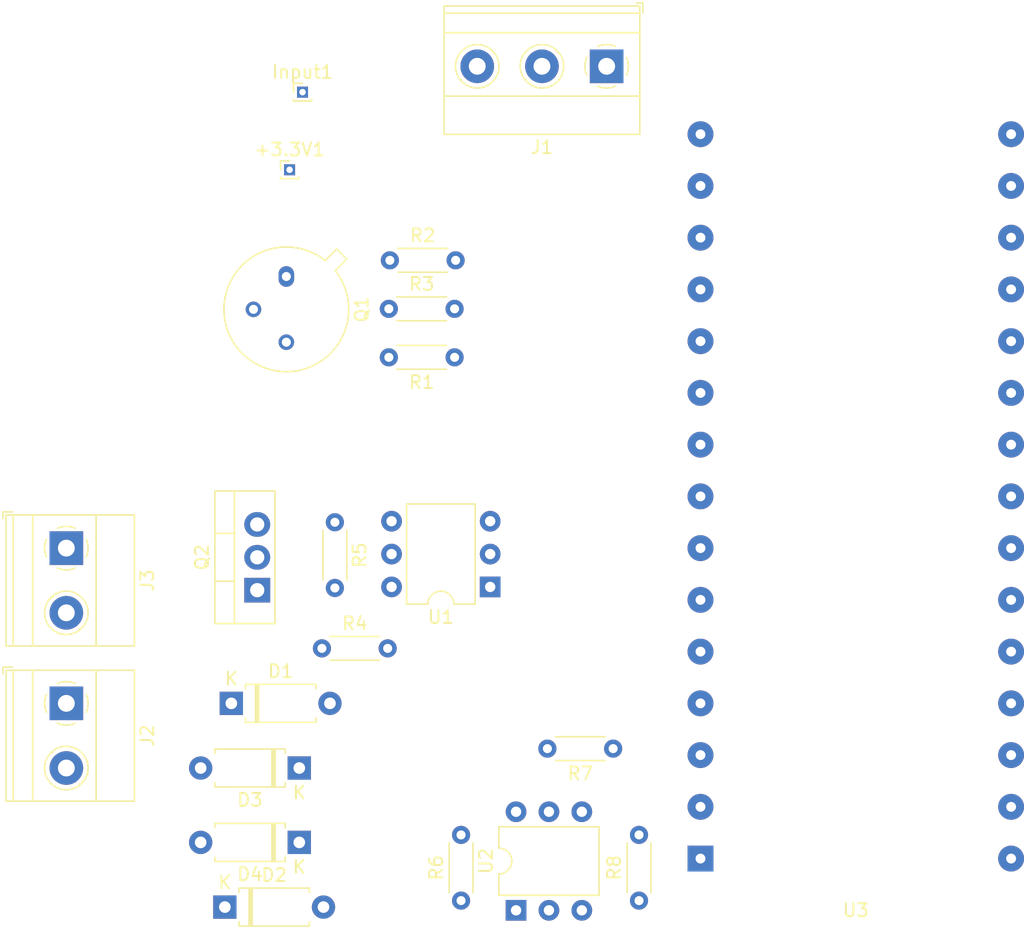
<source format=kicad_pcb>
(kicad_pcb (version 20171130) (host pcbnew "(5.1.9)-1")

  (general
    (thickness 1.6)
    (drawings 0)
    (tracks 0)
    (zones 0)
    (modules 22)
    (nets 51)
  )

  (page A4)
  (layers
    (0 F.Cu signal)
    (31 B.Cu signal)
    (32 B.Adhes user)
    (33 F.Adhes user)
    (34 B.Paste user)
    (35 F.Paste user)
    (36 B.SilkS user)
    (37 F.SilkS user)
    (38 B.Mask user)
    (39 F.Mask user)
    (40 Dwgs.User user)
    (41 Cmts.User user)
    (42 Eco1.User user)
    (43 Eco2.User user)
    (44 Edge.Cuts user)
    (45 Margin user)
    (46 B.CrtYd user)
    (47 F.CrtYd user)
    (48 B.Fab user)
    (49 F.Fab user hide)
  )

  (setup
    (last_trace_width 0.25)
    (trace_clearance 0.2)
    (zone_clearance 0.508)
    (zone_45_only no)
    (trace_min 0.2)
    (via_size 0.8)
    (via_drill 0.4)
    (via_min_size 0.4)
    (via_min_drill 0.3)
    (uvia_size 0.3)
    (uvia_drill 0.1)
    (uvias_allowed no)
    (uvia_min_size 0.2)
    (uvia_min_drill 0.1)
    (edge_width 0.05)
    (segment_width 0.2)
    (pcb_text_width 0.3)
    (pcb_text_size 1.5 1.5)
    (mod_edge_width 0.12)
    (mod_text_size 1 1)
    (mod_text_width 0.15)
    (pad_size 1.524 1.524)
    (pad_drill 0.762)
    (pad_to_mask_clearance 0)
    (aux_axis_origin 0 0)
    (visible_elements 7FFFFFFF)
    (pcbplotparams
      (layerselection 0x010fc_ffffffff)
      (usegerberextensions false)
      (usegerberattributes true)
      (usegerberadvancedattributes true)
      (creategerberjobfile true)
      (excludeedgelayer true)
      (linewidth 0.100000)
      (plotframeref false)
      (viasonmask false)
      (mode 1)
      (useauxorigin false)
      (hpglpennumber 1)
      (hpglpenspeed 20)
      (hpglpendiameter 15.000000)
      (psnegative false)
      (psa4output false)
      (plotreference true)
      (plotvalue true)
      (plotinvisibletext false)
      (padsonsilk false)
      (subtractmaskfromsilk false)
      (outputformat 1)
      (mirror false)
      (drillshape 1)
      (scaleselection 1)
      (outputdirectory ""))
  )

  (net 0 "")
  (net 1 "Net-(+3.3V1-Pad1)")
  (net 2 /-)
  (net 3 /Line)
  (net 4 /NEUTRAL)
  (net 5 /+)
  (net 6 "Net-(Input1-Pad1)")
  (net 7 GND)
  (net 8 "Net-(J1-Pad2)")
  (net 9 "Net-(J1-Pad1)")
  (net 10 "Net-(J3-Pad1)")
  (net 11 "Net-(Q1-Pad2)")
  (net 12 "Net-(Q1-Pad1)")
  (net 13 "Net-(Q2-Pad3)")
  (net 14 "Net-(R3-Pad2)")
  (net 15 "Net-(R4-Pad2)")
  (net 16 "Net-(R6-Pad1)")
  (net 17 "Net-(R7-Pad2)")
  (net 18 "Net-(U1-Pad3)")
  (net 19 "Net-(U1-Pad5)")
  (net 20 "Net-(U2-Pad6)")
  (net 21 "Net-(U2-Pad3)")
  (net 22 /+3.3V)
  (net 23 /Disparo)
  (net 24 /Input)
  (net 25 "Net-(U3-Pad1)")
  (net 26 "Net-(U3-Pad2)")
  (net 27 "Net-(U3-Pad3)")
  (net 28 "Net-(U3-Pad4)")
  (net 29 "Net-(U3-Pad5)")
  (net 30 "Net-(U3-Pad6)")
  (net 31 "Net-(U3-Pad7)")
  (net 32 "Net-(U3-Pad8)")
  (net 33 "Net-(U3-Pad9)")
  (net 34 "Net-(U3-Pad10)")
  (net 35 "Net-(U3-Pad11)")
  (net 36 "Net-(U3-Pad12)")
  (net 37 "Net-(U3-Pad13)")
  (net 38 "Net-(U3-Pad14)")
  (net 39 "Net-(U3-Pad15)")
  (net 40 "Net-(U3-Pad18)")
  (net 41 "Net-(U3-Pad20)")
  (net 42 "Net-(U3-Pad22)")
  (net 43 "Net-(U3-Pad23)")
  (net 44 "Net-(U3-Pad24)")
  (net 45 "Net-(U3-Pad25)")
  (net 46 "Net-(U3-Pad26)")
  (net 47 "Net-(U3-Pad27)")
  (net 48 "Net-(U3-Pad29)")
  (net 49 "Net-(U3-Pad30)")
  (net 50 "Net-(U3-Pad19)")

  (net_class Default "This is the default net class."
    (clearance 0.2)
    (trace_width 0.25)
    (via_dia 0.8)
    (via_drill 0.4)
    (uvia_dia 0.3)
    (uvia_drill 0.1)
    (add_net /+)
    (add_net /+3.3V)
    (add_net /-)
    (add_net /Disparo)
    (add_net /Input)
    (add_net /Line)
    (add_net /NEUTRAL)
    (add_net GND)
    (add_net "Net-(+3.3V1-Pad1)")
    (add_net "Net-(Input1-Pad1)")
    (add_net "Net-(J1-Pad1)")
    (add_net "Net-(J1-Pad2)")
    (add_net "Net-(J3-Pad1)")
    (add_net "Net-(Q1-Pad1)")
    (add_net "Net-(Q1-Pad2)")
    (add_net "Net-(Q2-Pad3)")
    (add_net "Net-(R3-Pad2)")
    (add_net "Net-(R4-Pad2)")
    (add_net "Net-(R6-Pad1)")
    (add_net "Net-(R7-Pad2)")
    (add_net "Net-(U1-Pad3)")
    (add_net "Net-(U1-Pad5)")
    (add_net "Net-(U2-Pad3)")
    (add_net "Net-(U2-Pad6)")
    (add_net "Net-(U3-Pad1)")
    (add_net "Net-(U3-Pad10)")
    (add_net "Net-(U3-Pad11)")
    (add_net "Net-(U3-Pad12)")
    (add_net "Net-(U3-Pad13)")
    (add_net "Net-(U3-Pad14)")
    (add_net "Net-(U3-Pad15)")
    (add_net "Net-(U3-Pad18)")
    (add_net "Net-(U3-Pad19)")
    (add_net "Net-(U3-Pad2)")
    (add_net "Net-(U3-Pad20)")
    (add_net "Net-(U3-Pad22)")
    (add_net "Net-(U3-Pad23)")
    (add_net "Net-(U3-Pad24)")
    (add_net "Net-(U3-Pad25)")
    (add_net "Net-(U3-Pad26)")
    (add_net "Net-(U3-Pad27)")
    (add_net "Net-(U3-Pad29)")
    (add_net "Net-(U3-Pad3)")
    (add_net "Net-(U3-Pad30)")
    (add_net "Net-(U3-Pad4)")
    (add_net "Net-(U3-Pad5)")
    (add_net "Net-(U3-Pad6)")
    (add_net "Net-(U3-Pad7)")
    (add_net "Net-(U3-Pad8)")
    (add_net "Net-(U3-Pad9)")
  )

  (module Package_DIP:DIP-6_W7.62mm (layer F.Cu) (tedit 5A02E8C5) (tstamp 60A73E91)
    (at 209.75 114 90)
    (descr "6-lead though-hole mounted DIP package, row spacing 7.62 mm (300 mils)")
    (tags "THT DIP DIL PDIP 2.54mm 7.62mm 300mil")
    (path /60AF52F0)
    (fp_text reference U2 (at 3.81 -2.33 90) (layer F.SilkS)
      (effects (font (size 1 1) (thickness 0.15)))
    )
    (fp_text value 4N27 (at 3.81 7.41 90) (layer F.Fab)
      (effects (font (size 1 1) (thickness 0.15)))
    )
    (fp_line (start 8.7 -1.55) (end -1.1 -1.55) (layer F.CrtYd) (width 0.05))
    (fp_line (start 8.7 6.6) (end 8.7 -1.55) (layer F.CrtYd) (width 0.05))
    (fp_line (start -1.1 6.6) (end 8.7 6.6) (layer F.CrtYd) (width 0.05))
    (fp_line (start -1.1 -1.55) (end -1.1 6.6) (layer F.CrtYd) (width 0.05))
    (fp_line (start 6.46 -1.33) (end 4.81 -1.33) (layer F.SilkS) (width 0.12))
    (fp_line (start 6.46 6.41) (end 6.46 -1.33) (layer F.SilkS) (width 0.12))
    (fp_line (start 1.16 6.41) (end 6.46 6.41) (layer F.SilkS) (width 0.12))
    (fp_line (start 1.16 -1.33) (end 1.16 6.41) (layer F.SilkS) (width 0.12))
    (fp_line (start 2.81 -1.33) (end 1.16 -1.33) (layer F.SilkS) (width 0.12))
    (fp_line (start 0.635 -0.27) (end 1.635 -1.27) (layer F.Fab) (width 0.1))
    (fp_line (start 0.635 6.35) (end 0.635 -0.27) (layer F.Fab) (width 0.1))
    (fp_line (start 6.985 6.35) (end 0.635 6.35) (layer F.Fab) (width 0.1))
    (fp_line (start 6.985 -1.27) (end 6.985 6.35) (layer F.Fab) (width 0.1))
    (fp_line (start 1.635 -1.27) (end 6.985 -1.27) (layer F.Fab) (width 0.1))
    (fp_text user %R (at 3.81 2.54 90) (layer F.Fab)
      (effects (font (size 1 1) (thickness 0.15)))
    )
    (fp_arc (start 3.81 -1.33) (end 2.81 -1.33) (angle -180) (layer F.SilkS) (width 0.12))
    (pad 6 thru_hole oval (at 7.62 0 90) (size 1.6 1.6) (drill 0.8) (layers *.Cu *.Mask)
      (net 20 "Net-(U2-Pad6)"))
    (pad 3 thru_hole oval (at 0 5.08 90) (size 1.6 1.6) (drill 0.8) (layers *.Cu *.Mask)
      (net 21 "Net-(U2-Pad3)"))
    (pad 5 thru_hole oval (at 7.62 2.54 90) (size 1.6 1.6) (drill 0.8) (layers *.Cu *.Mask)
      (net 17 "Net-(R7-Pad2)"))
    (pad 2 thru_hole oval (at 0 2.54 90) (size 1.6 1.6) (drill 0.8) (layers *.Cu *.Mask)
      (net 2 /-))
    (pad 4 thru_hole oval (at 7.62 5.08 90) (size 1.6 1.6) (drill 0.8) (layers *.Cu *.Mask)
      (net 7 GND))
    (pad 1 thru_hole rect (at 0 0 90) (size 1.6 1.6) (drill 0.8) (layers *.Cu *.Mask)
      (net 16 "Net-(R6-Pad1)"))
    (model ${KISYS3DMOD}/Package_DIP.3dshapes/DIP-6_W7.62mm.wrl
      (at (xyz 0 0 0))
      (scale (xyz 1 1 1))
      (rotate (xyz 0 0 0))
    )
  )

  (module Package_DIP:DIP-6_W7.62mm (layer F.Cu) (tedit 5A02E8C5) (tstamp 60A73E77)
    (at 207.75 89 180)
    (descr "6-lead though-hole mounted DIP package, row spacing 7.62 mm (300 mils)")
    (tags "THT DIP DIL PDIP 2.54mm 7.62mm 300mil")
    (path /60A6B5E7)
    (fp_text reference U1 (at 3.81 -2.33) (layer F.SilkS)
      (effects (font (size 1 1) (thickness 0.15)))
    )
    (fp_text value MOC3041M (at 3.81 7.41) (layer F.Fab)
      (effects (font (size 1 1) (thickness 0.15)))
    )
    (fp_line (start 8.7 -1.55) (end -1.1 -1.55) (layer F.CrtYd) (width 0.05))
    (fp_line (start 8.7 6.6) (end 8.7 -1.55) (layer F.CrtYd) (width 0.05))
    (fp_line (start -1.1 6.6) (end 8.7 6.6) (layer F.CrtYd) (width 0.05))
    (fp_line (start -1.1 -1.55) (end -1.1 6.6) (layer F.CrtYd) (width 0.05))
    (fp_line (start 6.46 -1.33) (end 4.81 -1.33) (layer F.SilkS) (width 0.12))
    (fp_line (start 6.46 6.41) (end 6.46 -1.33) (layer F.SilkS) (width 0.12))
    (fp_line (start 1.16 6.41) (end 6.46 6.41) (layer F.SilkS) (width 0.12))
    (fp_line (start 1.16 -1.33) (end 1.16 6.41) (layer F.SilkS) (width 0.12))
    (fp_line (start 2.81 -1.33) (end 1.16 -1.33) (layer F.SilkS) (width 0.12))
    (fp_line (start 0.635 -0.27) (end 1.635 -1.27) (layer F.Fab) (width 0.1))
    (fp_line (start 0.635 6.35) (end 0.635 -0.27) (layer F.Fab) (width 0.1))
    (fp_line (start 6.985 6.35) (end 0.635 6.35) (layer F.Fab) (width 0.1))
    (fp_line (start 6.985 -1.27) (end 6.985 6.35) (layer F.Fab) (width 0.1))
    (fp_line (start 1.635 -1.27) (end 6.985 -1.27) (layer F.Fab) (width 0.1))
    (fp_text user %R (at 3.81 2.54) (layer F.Fab)
      (effects (font (size 1 1) (thickness 0.15)))
    )
    (fp_arc (start 3.81 -1.33) (end 2.81 -1.33) (angle -180) (layer F.SilkS) (width 0.12))
    (pad 6 thru_hole oval (at 7.62 0 180) (size 1.6 1.6) (drill 0.8) (layers *.Cu *.Mask)
      (net 15 "Net-(R4-Pad2)"))
    (pad 3 thru_hole oval (at 0 5.08 180) (size 1.6 1.6) (drill 0.8) (layers *.Cu *.Mask)
      (net 18 "Net-(U1-Pad3)"))
    (pad 5 thru_hole oval (at 7.62 2.54 180) (size 1.6 1.6) (drill 0.8) (layers *.Cu *.Mask)
      (net 19 "Net-(U1-Pad5)"))
    (pad 2 thru_hole oval (at 0 2.54 180) (size 1.6 1.6) (drill 0.8) (layers *.Cu *.Mask)
      (net 7 GND))
    (pad 4 thru_hole oval (at 7.62 5.08 180) (size 1.6 1.6) (drill 0.8) (layers *.Cu *.Mask)
      (net 13 "Net-(Q2-Pad3)"))
    (pad 1 thru_hole rect (at 0 0 180) (size 1.6 1.6) (drill 0.8) (layers *.Cu *.Mask)
      (net 14 "Net-(R3-Pad2)"))
    (model ${KISYS3DMOD}/Package_DIP.3dshapes/DIP-6_W7.62mm.wrl
      (at (xyz 0 0 0))
      (scale (xyz 1 1 1))
      (rotate (xyz 0 0 0))
    )
  )

  (module Resistor_THT:R_Axial_DIN0204_L3.6mm_D1.6mm_P5.08mm_Horizontal (layer F.Cu) (tedit 5AE5139B) (tstamp 60A73E5D)
    (at 219.25 113.25 90)
    (descr "Resistor, Axial_DIN0204 series, Axial, Horizontal, pin pitch=5.08mm, 0.167W, length*diameter=3.6*1.6mm^2, http://cdn-reichelt.de/documents/datenblatt/B400/1_4W%23YAG.pdf")
    (tags "Resistor Axial_DIN0204 series Axial Horizontal pin pitch 5.08mm 0.167W length 3.6mm diameter 1.6mm")
    (path /60C0C5B3)
    (fp_text reference R8 (at 2.54 -1.92 90) (layer F.SilkS)
      (effects (font (size 1 1) (thickness 0.15)))
    )
    (fp_text value 1K (at 2.54 1.92 90) (layer F.Fab)
      (effects (font (size 1 1) (thickness 0.15)))
    )
    (fp_line (start 6.03 -1.05) (end -0.95 -1.05) (layer F.CrtYd) (width 0.05))
    (fp_line (start 6.03 1.05) (end 6.03 -1.05) (layer F.CrtYd) (width 0.05))
    (fp_line (start -0.95 1.05) (end 6.03 1.05) (layer F.CrtYd) (width 0.05))
    (fp_line (start -0.95 -1.05) (end -0.95 1.05) (layer F.CrtYd) (width 0.05))
    (fp_line (start 0.62 0.92) (end 4.46 0.92) (layer F.SilkS) (width 0.12))
    (fp_line (start 0.62 -0.92) (end 4.46 -0.92) (layer F.SilkS) (width 0.12))
    (fp_line (start 5.08 0) (end 4.34 0) (layer F.Fab) (width 0.1))
    (fp_line (start 0 0) (end 0.74 0) (layer F.Fab) (width 0.1))
    (fp_line (start 4.34 -0.8) (end 0.74 -0.8) (layer F.Fab) (width 0.1))
    (fp_line (start 4.34 0.8) (end 4.34 -0.8) (layer F.Fab) (width 0.1))
    (fp_line (start 0.74 0.8) (end 4.34 0.8) (layer F.Fab) (width 0.1))
    (fp_line (start 0.74 -0.8) (end 0.74 0.8) (layer F.Fab) (width 0.1))
    (fp_text user %R (at 2.54 0 90) (layer F.Fab)
      (effects (font (size 0.72 0.72) (thickness 0.108)))
    )
    (pad 2 thru_hole oval (at 5.08 0 90) (size 1.4 1.4) (drill 0.7) (layers *.Cu *.Mask)
      (net 17 "Net-(R7-Pad2)"))
    (pad 1 thru_hole circle (at 0 0 90) (size 1.4 1.4) (drill 0.7) (layers *.Cu *.Mask)
      (net 22 /+3.3V))
    (model ${KISYS3DMOD}/Resistor_THT.3dshapes/R_Axial_DIN0204_L3.6mm_D1.6mm_P5.08mm_Horizontal.wrl
      (at (xyz 0 0 0))
      (scale (xyz 1 1 1))
      (rotate (xyz 0 0 0))
    )
  )

  (module Resistor_THT:R_Axial_DIN0204_L3.6mm_D1.6mm_P5.08mm_Horizontal (layer F.Cu) (tedit 5AE5139B) (tstamp 60A73E4A)
    (at 217.25 101.5 180)
    (descr "Resistor, Axial_DIN0204 series, Axial, Horizontal, pin pitch=5.08mm, 0.167W, length*diameter=3.6*1.6mm^2, http://cdn-reichelt.de/documents/datenblatt/B400/1_4W%23YAG.pdf")
    (tags "Resistor Axial_DIN0204 series Axial Horizontal pin pitch 5.08mm 0.167W length 3.6mm diameter 1.6mm")
    (path /60A75142)
    (fp_text reference R7 (at 2.54 -1.92) (layer F.SilkS)
      (effects (font (size 1 1) (thickness 0.15)))
    )
    (fp_text value 10 (at 2.54 1.92) (layer F.Fab)
      (effects (font (size 1 1) (thickness 0.15)))
    )
    (fp_line (start 6.03 -1.05) (end -0.95 -1.05) (layer F.CrtYd) (width 0.05))
    (fp_line (start 6.03 1.05) (end 6.03 -1.05) (layer F.CrtYd) (width 0.05))
    (fp_line (start -0.95 1.05) (end 6.03 1.05) (layer F.CrtYd) (width 0.05))
    (fp_line (start -0.95 -1.05) (end -0.95 1.05) (layer F.CrtYd) (width 0.05))
    (fp_line (start 0.62 0.92) (end 4.46 0.92) (layer F.SilkS) (width 0.12))
    (fp_line (start 0.62 -0.92) (end 4.46 -0.92) (layer F.SilkS) (width 0.12))
    (fp_line (start 5.08 0) (end 4.34 0) (layer F.Fab) (width 0.1))
    (fp_line (start 0 0) (end 0.74 0) (layer F.Fab) (width 0.1))
    (fp_line (start 4.34 -0.8) (end 0.74 -0.8) (layer F.Fab) (width 0.1))
    (fp_line (start 4.34 0.8) (end 4.34 -0.8) (layer F.Fab) (width 0.1))
    (fp_line (start 0.74 0.8) (end 4.34 0.8) (layer F.Fab) (width 0.1))
    (fp_line (start 0.74 -0.8) (end 0.74 0.8) (layer F.Fab) (width 0.1))
    (fp_text user %R (at 2.54 0) (layer F.Fab)
      (effects (font (size 0.72 0.72) (thickness 0.108)))
    )
    (pad 2 thru_hole oval (at 5.08 0 180) (size 1.4 1.4) (drill 0.7) (layers *.Cu *.Mask)
      (net 17 "Net-(R7-Pad2)"))
    (pad 1 thru_hole circle (at 0 0 180) (size 1.4 1.4) (drill 0.7) (layers *.Cu *.Mask)
      (net 24 /Input))
    (model ${KISYS3DMOD}/Resistor_THT.3dshapes/R_Axial_DIN0204_L3.6mm_D1.6mm_P5.08mm_Horizontal.wrl
      (at (xyz 0 0 0))
      (scale (xyz 1 1 1))
      (rotate (xyz 0 0 0))
    )
  )

  (module Resistor_THT:R_Axial_DIN0204_L3.6mm_D1.6mm_P5.08mm_Horizontal (layer F.Cu) (tedit 5AE5139B) (tstamp 60A74570)
    (at 205.5 113.25 90)
    (descr "Resistor, Axial_DIN0204 series, Axial, Horizontal, pin pitch=5.08mm, 0.167W, length*diameter=3.6*1.6mm^2, http://cdn-reichelt.de/documents/datenblatt/B400/1_4W%23YAG.pdf")
    (tags "Resistor Axial_DIN0204 series Axial Horizontal pin pitch 5.08mm 0.167W length 3.6mm diameter 1.6mm")
    (path /60A74393)
    (fp_text reference R6 (at 2.54 -1.92 90) (layer F.SilkS)
      (effects (font (size 1 1) (thickness 0.15)))
    )
    (fp_text value 5k (at 2.54 1.92 90) (layer F.Fab)
      (effects (font (size 1 1) (thickness 0.15)))
    )
    (fp_line (start 6.03 -1.05) (end -0.95 -1.05) (layer F.CrtYd) (width 0.05))
    (fp_line (start 6.03 1.05) (end 6.03 -1.05) (layer F.CrtYd) (width 0.05))
    (fp_line (start -0.95 1.05) (end 6.03 1.05) (layer F.CrtYd) (width 0.05))
    (fp_line (start -0.95 -1.05) (end -0.95 1.05) (layer F.CrtYd) (width 0.05))
    (fp_line (start 0.62 0.92) (end 4.46 0.92) (layer F.SilkS) (width 0.12))
    (fp_line (start 0.62 -0.92) (end 4.46 -0.92) (layer F.SilkS) (width 0.12))
    (fp_line (start 5.08 0) (end 4.34 0) (layer F.Fab) (width 0.1))
    (fp_line (start 0 0) (end 0.74 0) (layer F.Fab) (width 0.1))
    (fp_line (start 4.34 -0.8) (end 0.74 -0.8) (layer F.Fab) (width 0.1))
    (fp_line (start 4.34 0.8) (end 4.34 -0.8) (layer F.Fab) (width 0.1))
    (fp_line (start 0.74 0.8) (end 4.34 0.8) (layer F.Fab) (width 0.1))
    (fp_line (start 0.74 -0.8) (end 0.74 0.8) (layer F.Fab) (width 0.1))
    (fp_text user %R (at 2.54 0 90) (layer F.Fab)
      (effects (font (size 0.72 0.72) (thickness 0.108)))
    )
    (pad 2 thru_hole oval (at 5.08 0 90) (size 1.4 1.4) (drill 0.7) (layers *.Cu *.Mask)
      (net 5 /+))
    (pad 1 thru_hole circle (at 0 0 90) (size 1.4 1.4) (drill 0.7) (layers *.Cu *.Mask)
      (net 16 "Net-(R6-Pad1)"))
    (model ${KISYS3DMOD}/Resistor_THT.3dshapes/R_Axial_DIN0204_L3.6mm_D1.6mm_P5.08mm_Horizontal.wrl
      (at (xyz 0 0 0))
      (scale (xyz 1 1 1))
      (rotate (xyz 0 0 0))
    )
  )

  (module Resistor_THT:R_Axial_DIN0204_L3.6mm_D1.6mm_P5.08mm_Horizontal (layer F.Cu) (tedit 5AE5139B) (tstamp 60A73E24)
    (at 195.75 84 270)
    (descr "Resistor, Axial_DIN0204 series, Axial, Horizontal, pin pitch=5.08mm, 0.167W, length*diameter=3.6*1.6mm^2, http://cdn-reichelt.de/documents/datenblatt/B400/1_4W%23YAG.pdf")
    (tags "Resistor Axial_DIN0204 series Axial Horizontal pin pitch 5.08mm 0.167W length 3.6mm diameter 1.6mm")
    (path /60A71FE0)
    (fp_text reference R5 (at 2.54 -1.92 90) (layer F.SilkS)
      (effects (font (size 1 1) (thickness 0.15)))
    )
    (fp_text value 330 (at 2.54 1.92 90) (layer F.Fab)
      (effects (font (size 1 1) (thickness 0.15)))
    )
    (fp_line (start 6.03 -1.05) (end -0.95 -1.05) (layer F.CrtYd) (width 0.05))
    (fp_line (start 6.03 1.05) (end 6.03 -1.05) (layer F.CrtYd) (width 0.05))
    (fp_line (start -0.95 1.05) (end 6.03 1.05) (layer F.CrtYd) (width 0.05))
    (fp_line (start -0.95 -1.05) (end -0.95 1.05) (layer F.CrtYd) (width 0.05))
    (fp_line (start 0.62 0.92) (end 4.46 0.92) (layer F.SilkS) (width 0.12))
    (fp_line (start 0.62 -0.92) (end 4.46 -0.92) (layer F.SilkS) (width 0.12))
    (fp_line (start 5.08 0) (end 4.34 0) (layer F.Fab) (width 0.1))
    (fp_line (start 0 0) (end 0.74 0) (layer F.Fab) (width 0.1))
    (fp_line (start 4.34 -0.8) (end 0.74 -0.8) (layer F.Fab) (width 0.1))
    (fp_line (start 4.34 0.8) (end 4.34 -0.8) (layer F.Fab) (width 0.1))
    (fp_line (start 0.74 0.8) (end 4.34 0.8) (layer F.Fab) (width 0.1))
    (fp_line (start 0.74 -0.8) (end 0.74 0.8) (layer F.Fab) (width 0.1))
    (fp_text user %R (at 2.54 0 90) (layer F.Fab)
      (effects (font (size 0.72 0.72) (thickness 0.108)))
    )
    (pad 2 thru_hole oval (at 5.08 0 270) (size 1.4 1.4) (drill 0.7) (layers *.Cu *.Mask)
      (net 4 /NEUTRAL))
    (pad 1 thru_hole circle (at 0 0 270) (size 1.4 1.4) (drill 0.7) (layers *.Cu *.Mask)
      (net 13 "Net-(Q2-Pad3)"))
    (model ${KISYS3DMOD}/Resistor_THT.3dshapes/R_Axial_DIN0204_L3.6mm_D1.6mm_P5.08mm_Horizontal.wrl
      (at (xyz 0 0 0))
      (scale (xyz 1 1 1))
      (rotate (xyz 0 0 0))
    )
  )

  (module Resistor_THT:R_Axial_DIN0204_L3.6mm_D1.6mm_P5.08mm_Horizontal (layer F.Cu) (tedit 5AE5139B) (tstamp 60A73E11)
    (at 194.75 93.75)
    (descr "Resistor, Axial_DIN0204 series, Axial, Horizontal, pin pitch=5.08mm, 0.167W, length*diameter=3.6*1.6mm^2, http://cdn-reichelt.de/documents/datenblatt/B400/1_4W%23YAG.pdf")
    (tags "Resistor Axial_DIN0204 series Axial Horizontal pin pitch 5.08mm 0.167W length 3.6mm diameter 1.6mm")
    (path /60A73DCD)
    (fp_text reference R4 (at 2.54 -1.92) (layer F.SilkS)
      (effects (font (size 1 1) (thickness 0.15)))
    )
    (fp_text value 330 (at 2.54 1.92) (layer F.Fab)
      (effects (font (size 1 1) (thickness 0.15)))
    )
    (fp_line (start 6.03 -1.05) (end -0.95 -1.05) (layer F.CrtYd) (width 0.05))
    (fp_line (start 6.03 1.05) (end 6.03 -1.05) (layer F.CrtYd) (width 0.05))
    (fp_line (start -0.95 1.05) (end 6.03 1.05) (layer F.CrtYd) (width 0.05))
    (fp_line (start -0.95 -1.05) (end -0.95 1.05) (layer F.CrtYd) (width 0.05))
    (fp_line (start 0.62 0.92) (end 4.46 0.92) (layer F.SilkS) (width 0.12))
    (fp_line (start 0.62 -0.92) (end 4.46 -0.92) (layer F.SilkS) (width 0.12))
    (fp_line (start 5.08 0) (end 4.34 0) (layer F.Fab) (width 0.1))
    (fp_line (start 0 0) (end 0.74 0) (layer F.Fab) (width 0.1))
    (fp_line (start 4.34 -0.8) (end 0.74 -0.8) (layer F.Fab) (width 0.1))
    (fp_line (start 4.34 0.8) (end 4.34 -0.8) (layer F.Fab) (width 0.1))
    (fp_line (start 0.74 0.8) (end 4.34 0.8) (layer F.Fab) (width 0.1))
    (fp_line (start 0.74 -0.8) (end 0.74 0.8) (layer F.Fab) (width 0.1))
    (fp_text user %R (at 2.54 0) (layer F.Fab)
      (effects (font (size 0.72 0.72) (thickness 0.108)))
    )
    (pad 2 thru_hole oval (at 5.08 0) (size 1.4 1.4) (drill 0.7) (layers *.Cu *.Mask)
      (net 15 "Net-(R4-Pad2)"))
    (pad 1 thru_hole circle (at 0 0) (size 1.4 1.4) (drill 0.7) (layers *.Cu *.Mask)
      (net 3 /Line))
    (model ${KISYS3DMOD}/Resistor_THT.3dshapes/R_Axial_DIN0204_L3.6mm_D1.6mm_P5.08mm_Horizontal.wrl
      (at (xyz 0 0 0))
      (scale (xyz 1 1 1))
      (rotate (xyz 0 0 0))
    )
  )

  (module Resistor_THT:R_Axial_DIN0204_L3.6mm_D1.6mm_P5.08mm_Horizontal (layer F.Cu) (tedit 5AE5139B) (tstamp 60A73DFE)
    (at 199.92 67.5)
    (descr "Resistor, Axial_DIN0204 series, Axial, Horizontal, pin pitch=5.08mm, 0.167W, length*diameter=3.6*1.6mm^2, http://cdn-reichelt.de/documents/datenblatt/B400/1_4W%23YAG.pdf")
    (tags "Resistor Axial_DIN0204 series Axial Horizontal pin pitch 5.08mm 0.167W length 3.6mm diameter 1.6mm")
    (path /60A740B9)
    (fp_text reference R3 (at 2.54 -1.92) (layer F.SilkS)
      (effects (font (size 1 1) (thickness 0.15)))
    )
    (fp_text value 10 (at 2.54 1.92) (layer F.Fab)
      (effects (font (size 1 1) (thickness 0.15)))
    )
    (fp_line (start 6.03 -1.05) (end -0.95 -1.05) (layer F.CrtYd) (width 0.05))
    (fp_line (start 6.03 1.05) (end 6.03 -1.05) (layer F.CrtYd) (width 0.05))
    (fp_line (start -0.95 1.05) (end 6.03 1.05) (layer F.CrtYd) (width 0.05))
    (fp_line (start -0.95 -1.05) (end -0.95 1.05) (layer F.CrtYd) (width 0.05))
    (fp_line (start 0.62 0.92) (end 4.46 0.92) (layer F.SilkS) (width 0.12))
    (fp_line (start 0.62 -0.92) (end 4.46 -0.92) (layer F.SilkS) (width 0.12))
    (fp_line (start 5.08 0) (end 4.34 0) (layer F.Fab) (width 0.1))
    (fp_line (start 0 0) (end 0.74 0) (layer F.Fab) (width 0.1))
    (fp_line (start 4.34 -0.8) (end 0.74 -0.8) (layer F.Fab) (width 0.1))
    (fp_line (start 4.34 0.8) (end 4.34 -0.8) (layer F.Fab) (width 0.1))
    (fp_line (start 0.74 0.8) (end 4.34 0.8) (layer F.Fab) (width 0.1))
    (fp_line (start 0.74 -0.8) (end 0.74 0.8) (layer F.Fab) (width 0.1))
    (fp_text user %R (at 2.54 0) (layer F.Fab)
      (effects (font (size 0.72 0.72) (thickness 0.108)))
    )
    (pad 2 thru_hole oval (at 5.08 0) (size 1.4 1.4) (drill 0.7) (layers *.Cu *.Mask)
      (net 14 "Net-(R3-Pad2)"))
    (pad 1 thru_hole circle (at 0 0) (size 1.4 1.4) (drill 0.7) (layers *.Cu *.Mask)
      (net 12 "Net-(Q1-Pad1)"))
    (model ${KISYS3DMOD}/Resistor_THT.3dshapes/R_Axial_DIN0204_L3.6mm_D1.6mm_P5.08mm_Horizontal.wrl
      (at (xyz 0 0 0))
      (scale (xyz 1 1 1))
      (rotate (xyz 0 0 0))
    )
  )

  (module Resistor_THT:R_Axial_DIN0204_L3.6mm_D1.6mm_P5.08mm_Horizontal (layer F.Cu) (tedit 5AE5139B) (tstamp 60A73DEB)
    (at 200 63.75)
    (descr "Resistor, Axial_DIN0204 series, Axial, Horizontal, pin pitch=5.08mm, 0.167W, length*diameter=3.6*1.6mm^2, http://cdn-reichelt.de/documents/datenblatt/B400/1_4W%23YAG.pdf")
    (tags "Resistor Axial_DIN0204 series Axial Horizontal pin pitch 5.08mm 0.167W length 3.6mm diameter 1.6mm")
    (path /60A74B11)
    (fp_text reference R2 (at 2.54 -1.92) (layer F.SilkS)
      (effects (font (size 1 1) (thickness 0.15)))
    )
    (fp_text value 1K (at 2.54 1.92) (layer F.Fab)
      (effects (font (size 1 1) (thickness 0.15)))
    )
    (fp_line (start 6.03 -1.05) (end -0.95 -1.05) (layer F.CrtYd) (width 0.05))
    (fp_line (start 6.03 1.05) (end 6.03 -1.05) (layer F.CrtYd) (width 0.05))
    (fp_line (start -0.95 1.05) (end 6.03 1.05) (layer F.CrtYd) (width 0.05))
    (fp_line (start -0.95 -1.05) (end -0.95 1.05) (layer F.CrtYd) (width 0.05))
    (fp_line (start 0.62 0.92) (end 4.46 0.92) (layer F.SilkS) (width 0.12))
    (fp_line (start 0.62 -0.92) (end 4.46 -0.92) (layer F.SilkS) (width 0.12))
    (fp_line (start 5.08 0) (end 4.34 0) (layer F.Fab) (width 0.1))
    (fp_line (start 0 0) (end 0.74 0) (layer F.Fab) (width 0.1))
    (fp_line (start 4.34 -0.8) (end 0.74 -0.8) (layer F.Fab) (width 0.1))
    (fp_line (start 4.34 0.8) (end 4.34 -0.8) (layer F.Fab) (width 0.1))
    (fp_line (start 0.74 0.8) (end 4.34 0.8) (layer F.Fab) (width 0.1))
    (fp_line (start 0.74 -0.8) (end 0.74 0.8) (layer F.Fab) (width 0.1))
    (fp_text user %R (at 2.54 0) (layer F.Fab)
      (effects (font (size 0.72 0.72) (thickness 0.108)))
    )
    (pad 2 thru_hole oval (at 5.08 0) (size 1.4 1.4) (drill 0.7) (layers *.Cu *.Mask)
      (net 7 GND))
    (pad 1 thru_hole circle (at 0 0) (size 1.4 1.4) (drill 0.7) (layers *.Cu *.Mask)
      (net 12 "Net-(Q1-Pad1)"))
    (model ${KISYS3DMOD}/Resistor_THT.3dshapes/R_Axial_DIN0204_L3.6mm_D1.6mm_P5.08mm_Horizontal.wrl
      (at (xyz 0 0 0))
      (scale (xyz 1 1 1))
      (rotate (xyz 0 0 0))
    )
  )

  (module Resistor_THT:R_Axial_DIN0204_L3.6mm_D1.6mm_P5.08mm_Horizontal (layer F.Cu) (tedit 5AE5139B) (tstamp 60A73DD8)
    (at 205 71.25 180)
    (descr "Resistor, Axial_DIN0204 series, Axial, Horizontal, pin pitch=5.08mm, 0.167W, length*diameter=3.6*1.6mm^2, http://cdn-reichelt.de/documents/datenblatt/B400/1_4W%23YAG.pdf")
    (tags "Resistor Axial_DIN0204 series Axial Horizontal pin pitch 5.08mm 0.167W length 3.6mm diameter 1.6mm")
    (path /60A747DD)
    (fp_text reference R1 (at 2.54 -1.92) (layer F.SilkS)
      (effects (font (size 1 1) (thickness 0.15)))
    )
    (fp_text value 33 (at 2.54 1.92) (layer F.Fab)
      (effects (font (size 1 1) (thickness 0.15)))
    )
    (fp_line (start 6.03 -1.05) (end -0.95 -1.05) (layer F.CrtYd) (width 0.05))
    (fp_line (start 6.03 1.05) (end 6.03 -1.05) (layer F.CrtYd) (width 0.05))
    (fp_line (start -0.95 1.05) (end 6.03 1.05) (layer F.CrtYd) (width 0.05))
    (fp_line (start -0.95 -1.05) (end -0.95 1.05) (layer F.CrtYd) (width 0.05))
    (fp_line (start 0.62 0.92) (end 4.46 0.92) (layer F.SilkS) (width 0.12))
    (fp_line (start 0.62 -0.92) (end 4.46 -0.92) (layer F.SilkS) (width 0.12))
    (fp_line (start 5.08 0) (end 4.34 0) (layer F.Fab) (width 0.1))
    (fp_line (start 0 0) (end 0.74 0) (layer F.Fab) (width 0.1))
    (fp_line (start 4.34 -0.8) (end 0.74 -0.8) (layer F.Fab) (width 0.1))
    (fp_line (start 4.34 0.8) (end 4.34 -0.8) (layer F.Fab) (width 0.1))
    (fp_line (start 0.74 0.8) (end 4.34 0.8) (layer F.Fab) (width 0.1))
    (fp_line (start 0.74 -0.8) (end 0.74 0.8) (layer F.Fab) (width 0.1))
    (fp_text user %R (at 2.54 0) (layer F.Fab)
      (effects (font (size 0.72 0.72) (thickness 0.108)))
    )
    (pad 2 thru_hole oval (at 5.08 0 180) (size 1.4 1.4) (drill 0.7) (layers *.Cu *.Mask)
      (net 11 "Net-(Q1-Pad2)"))
    (pad 1 thru_hole circle (at 0 0 180) (size 1.4 1.4) (drill 0.7) (layers *.Cu *.Mask)
      (net 23 /Disparo))
    (model ${KISYS3DMOD}/Resistor_THT.3dshapes/R_Axial_DIN0204_L3.6mm_D1.6mm_P5.08mm_Horizontal.wrl
      (at (xyz 0 0 0))
      (scale (xyz 1 1 1))
      (rotate (xyz 0 0 0))
    )
  )

  (module Package_TO_SOT_THT:TO-220-3_Vertical (layer F.Cu) (tedit 5AC8BA0D) (tstamp 60A73DC5)
    (at 189.75 89.25 90)
    (descr "TO-220-3, Vertical, RM 2.54mm, see https://www.vishay.com/docs/66542/to-220-1.pdf")
    (tags "TO-220-3 Vertical RM 2.54mm")
    (path /60A6D764)
    (fp_text reference Q2 (at 2.54 -4.27 90) (layer F.SilkS)
      (effects (font (size 1 1) (thickness 0.15)))
    )
    (fp_text value BTA16-600B (at 2.54 2.5 90) (layer F.Fab)
      (effects (font (size 1 1) (thickness 0.15)))
    )
    (fp_line (start 7.79 -3.4) (end -2.71 -3.4) (layer F.CrtYd) (width 0.05))
    (fp_line (start 7.79 1.51) (end 7.79 -3.4) (layer F.CrtYd) (width 0.05))
    (fp_line (start -2.71 1.51) (end 7.79 1.51) (layer F.CrtYd) (width 0.05))
    (fp_line (start -2.71 -3.4) (end -2.71 1.51) (layer F.CrtYd) (width 0.05))
    (fp_line (start 4.391 -3.27) (end 4.391 -1.76) (layer F.SilkS) (width 0.12))
    (fp_line (start 0.69 -3.27) (end 0.69 -1.76) (layer F.SilkS) (width 0.12))
    (fp_line (start -2.58 -1.76) (end 7.66 -1.76) (layer F.SilkS) (width 0.12))
    (fp_line (start 7.66 -3.27) (end 7.66 1.371) (layer F.SilkS) (width 0.12))
    (fp_line (start -2.58 -3.27) (end -2.58 1.371) (layer F.SilkS) (width 0.12))
    (fp_line (start -2.58 1.371) (end 7.66 1.371) (layer F.SilkS) (width 0.12))
    (fp_line (start -2.58 -3.27) (end 7.66 -3.27) (layer F.SilkS) (width 0.12))
    (fp_line (start 4.39 -3.15) (end 4.39 -1.88) (layer F.Fab) (width 0.1))
    (fp_line (start 0.69 -3.15) (end 0.69 -1.88) (layer F.Fab) (width 0.1))
    (fp_line (start -2.46 -1.88) (end 7.54 -1.88) (layer F.Fab) (width 0.1))
    (fp_line (start 7.54 -3.15) (end -2.46 -3.15) (layer F.Fab) (width 0.1))
    (fp_line (start 7.54 1.25) (end 7.54 -3.15) (layer F.Fab) (width 0.1))
    (fp_line (start -2.46 1.25) (end 7.54 1.25) (layer F.Fab) (width 0.1))
    (fp_line (start -2.46 -3.15) (end -2.46 1.25) (layer F.Fab) (width 0.1))
    (fp_text user %R (at 2.54 -4.27 90) (layer F.Fab)
      (effects (font (size 1 1) (thickness 0.15)))
    )
    (pad 3 thru_hole oval (at 5.08 0 90) (size 1.905 2) (drill 1.1) (layers *.Cu *.Mask)
      (net 13 "Net-(Q2-Pad3)"))
    (pad 2 thru_hole oval (at 2.54 0 90) (size 1.905 2) (drill 1.1) (layers *.Cu *.Mask)
      (net 10 "Net-(J3-Pad1)"))
    (pad 1 thru_hole rect (at 0 0 90) (size 1.905 2) (drill 1.1) (layers *.Cu *.Mask)
      (net 4 /NEUTRAL))
    (model ${KISYS3DMOD}/Package_TO_SOT_THT.3dshapes/TO-220-3_Vertical.wrl
      (at (xyz 0 0 0))
      (scale (xyz 1 1 1))
      (rotate (xyz 0 0 0))
    )
  )

  (module Package_TO_SOT_THT:TO-39-3 (layer F.Cu) (tedit 5A02FF81) (tstamp 60A73DAB)
    (at 192 65 270)
    (descr TO-39-3)
    (tags TO-39-3)
    (path /60A6CE4A)
    (fp_text reference Q1 (at 2.54 -5.82 90) (layer F.SilkS)
      (effects (font (size 1 1) (thickness 0.15)))
    )
    (fp_text value 2N2219 (at 2.54 5.82 90) (layer F.Fab)
      (effects (font (size 1 1) (thickness 0.15)))
    )
    (fp_circle (center 2.54 0) (end 6.79 0) (layer F.Fab) (width 0.1))
    (fp_line (start 7.49 -4.95) (end -2.41 -4.95) (layer F.CrtYd) (width 0.05))
    (fp_line (start 7.49 4.95) (end 7.49 -4.95) (layer F.CrtYd) (width 0.05))
    (fp_line (start -2.41 4.95) (end 7.49 4.95) (layer F.CrtYd) (width 0.05))
    (fp_line (start -2.41 -4.95) (end -2.41 4.95) (layer F.CrtYd) (width 0.05))
    (fp_line (start -2.125856 -3.888039) (end -1.234902 -2.997084) (layer F.SilkS) (width 0.12))
    (fp_line (start -1.348039 -4.665856) (end -2.125856 -3.888039) (layer F.SilkS) (width 0.12))
    (fp_line (start -0.457084 -3.774902) (end -1.348039 -4.665856) (layer F.SilkS) (width 0.12))
    (fp_line (start -1.879621 -3.81151) (end -1.07352 -3.005408) (layer F.Fab) (width 0.1))
    (fp_line (start -1.27151 -4.419621) (end -1.879621 -3.81151) (layer F.Fab) (width 0.1))
    (fp_line (start -0.465408 -3.61352) (end -1.27151 -4.419621) (layer F.Fab) (width 0.1))
    (fp_arc (start 2.54 0) (end -0.457084 -3.774902) (angle 346.9) (layer F.SilkS) (width 0.12))
    (fp_arc (start 2.54 0) (end -0.465408 -3.61352) (angle 349.5) (layer F.Fab) (width 0.1))
    (fp_text user %R (at 2.54 -5.82 90) (layer F.Fab)
      (effects (font (size 1 1) (thickness 0.15)))
    )
    (pad 3 thru_hole oval (at 5.08 0 270) (size 1.2 1.2) (drill 0.7) (layers *.Cu *.Mask)
      (net 22 /+3.3V))
    (pad 2 thru_hole oval (at 2.54 2.54 270) (size 1.2 1.2) (drill 0.7) (layers *.Cu *.Mask)
      (net 11 "Net-(Q1-Pad2)"))
    (pad 1 thru_hole oval (at 0 0 270) (size 1.6 1.2) (drill 0.7) (layers *.Cu *.Mask)
      (net 12 "Net-(Q1-Pad1)"))
    (model ${KISYS3DMOD}/Package_TO_SOT_THT.3dshapes/TO-39-3.wrl
      (at (xyz 0 0 0))
      (scale (xyz 1 1 1))
      (rotate (xyz 0 0 0))
    )
  )

  (module TerminalBlock_Phoenix:TerminalBlock_Phoenix_MKDS-1,5-2_1x02_P5.00mm_Horizontal (layer F.Cu) (tedit 5B294EE5) (tstamp 60A73D96)
    (at 175 86 270)
    (descr "Terminal Block Phoenix MKDS-1,5-2, 2 pins, pitch 5mm, size 10x9.8mm^2, drill diamater 1.3mm, pad diameter 2.6mm, see http://www.farnell.com/datasheets/100425.pdf, script-generated using https://github.com/pointhi/kicad-footprint-generator/scripts/TerminalBlock_Phoenix")
    (tags "THT Terminal Block Phoenix MKDS-1,5-2 pitch 5mm size 10x9.8mm^2 drill 1.3mm pad 2.6mm")
    (path /60A98923)
    (fp_text reference J3 (at 2.5 -6.26 90) (layer F.SilkS)
      (effects (font (size 1 1) (thickness 0.15)))
    )
    (fp_text value Load (at 2.5 5.66 90) (layer F.Fab)
      (effects (font (size 1 1) (thickness 0.15)))
    )
    (fp_line (start 8 -5.71) (end -3 -5.71) (layer F.CrtYd) (width 0.05))
    (fp_line (start 8 5.1) (end 8 -5.71) (layer F.CrtYd) (width 0.05))
    (fp_line (start -3 5.1) (end 8 5.1) (layer F.CrtYd) (width 0.05))
    (fp_line (start -3 -5.71) (end -3 5.1) (layer F.CrtYd) (width 0.05))
    (fp_line (start -2.8 4.9) (end -2.3 4.9) (layer F.SilkS) (width 0.12))
    (fp_line (start -2.8 4.16) (end -2.8 4.9) (layer F.SilkS) (width 0.12))
    (fp_line (start 3.773 1.023) (end 3.726 1.069) (layer F.SilkS) (width 0.12))
    (fp_line (start 6.07 -1.275) (end 6.035 -1.239) (layer F.SilkS) (width 0.12))
    (fp_line (start 3.966 1.239) (end 3.931 1.274) (layer F.SilkS) (width 0.12))
    (fp_line (start 6.275 -1.069) (end 6.228 -1.023) (layer F.SilkS) (width 0.12))
    (fp_line (start 5.955 -1.138) (end 3.863 0.955) (layer F.Fab) (width 0.1))
    (fp_line (start 6.138 -0.955) (end 4.046 1.138) (layer F.Fab) (width 0.1))
    (fp_line (start 0.955 -1.138) (end -1.138 0.955) (layer F.Fab) (width 0.1))
    (fp_line (start 1.138 -0.955) (end -0.955 1.138) (layer F.Fab) (width 0.1))
    (fp_line (start 7.56 -5.261) (end 7.56 4.66) (layer F.SilkS) (width 0.12))
    (fp_line (start -2.56 -5.261) (end -2.56 4.66) (layer F.SilkS) (width 0.12))
    (fp_line (start -2.56 4.66) (end 7.56 4.66) (layer F.SilkS) (width 0.12))
    (fp_line (start -2.56 -5.261) (end 7.56 -5.261) (layer F.SilkS) (width 0.12))
    (fp_line (start -2.56 -2.301) (end 7.56 -2.301) (layer F.SilkS) (width 0.12))
    (fp_line (start -2.5 -2.3) (end 7.5 -2.3) (layer F.Fab) (width 0.1))
    (fp_line (start -2.56 2.6) (end 7.56 2.6) (layer F.SilkS) (width 0.12))
    (fp_line (start -2.5 2.6) (end 7.5 2.6) (layer F.Fab) (width 0.1))
    (fp_line (start -2.56 4.1) (end 7.56 4.1) (layer F.SilkS) (width 0.12))
    (fp_line (start -2.5 4.1) (end 7.5 4.1) (layer F.Fab) (width 0.1))
    (fp_line (start -2.5 4.1) (end -2.5 -5.2) (layer F.Fab) (width 0.1))
    (fp_line (start -2 4.6) (end -2.5 4.1) (layer F.Fab) (width 0.1))
    (fp_line (start 7.5 4.6) (end -2 4.6) (layer F.Fab) (width 0.1))
    (fp_line (start 7.5 -5.2) (end 7.5 4.6) (layer F.Fab) (width 0.1))
    (fp_line (start -2.5 -5.2) (end 7.5 -5.2) (layer F.Fab) (width 0.1))
    (fp_circle (center 5 0) (end 6.68 0) (layer F.SilkS) (width 0.12))
    (fp_circle (center 5 0) (end 6.5 0) (layer F.Fab) (width 0.1))
    (fp_circle (center 0 0) (end 1.5 0) (layer F.Fab) (width 0.1))
    (fp_text user %R (at 2.5 3.2 90) (layer F.Fab)
      (effects (font (size 1 1) (thickness 0.15)))
    )
    (fp_arc (start 0 0) (end -0.684 1.535) (angle -25) (layer F.SilkS) (width 0.12))
    (fp_arc (start 0 0) (end -1.535 -0.684) (angle -48) (layer F.SilkS) (width 0.12))
    (fp_arc (start 0 0) (end 0.684 -1.535) (angle -48) (layer F.SilkS) (width 0.12))
    (fp_arc (start 0 0) (end 1.535 0.684) (angle -48) (layer F.SilkS) (width 0.12))
    (fp_arc (start 0 0) (end 0 1.68) (angle -24) (layer F.SilkS) (width 0.12))
    (pad 2 thru_hole circle (at 5 0 270) (size 2.6 2.6) (drill 1.3) (layers *.Cu *.Mask)
      (net 3 /Line))
    (pad 1 thru_hole rect (at 0 0 270) (size 2.6 2.6) (drill 1.3) (layers *.Cu *.Mask)
      (net 10 "Net-(J3-Pad1)"))
    (model ${KISYS3DMOD}/TerminalBlock_Phoenix.3dshapes/TerminalBlock_Phoenix_MKDS-1,5-2_1x02_P5.00mm_Horizontal.wrl
      (at (xyz 0 0 0))
      (scale (xyz 1 1 1))
      (rotate (xyz 0 0 0))
    )
  )

  (module TerminalBlock_Phoenix:TerminalBlock_Phoenix_MKDS-1,5-2_1x02_P5.00mm_Horizontal (layer F.Cu) (tedit 5B294EE5) (tstamp 60A73D6A)
    (at 175 98 270)
    (descr "Terminal Block Phoenix MKDS-1,5-2, 2 pins, pitch 5mm, size 10x9.8mm^2, drill diamater 1.3mm, pad diameter 2.6mm, see http://www.farnell.com/datasheets/100425.pdf, script-generated using https://github.com/pointhi/kicad-footprint-generator/scripts/TerminalBlock_Phoenix")
    (tags "THT Terminal Block Phoenix MKDS-1,5-2 pitch 5mm size 10x9.8mm^2 drill 1.3mm pad 2.6mm")
    (path /60A794CA)
    (fp_text reference J2 (at 2.5 -6.26 90) (layer F.SilkS)
      (effects (font (size 1 1) (thickness 0.15)))
    )
    (fp_text value VAC (at 2.5 5.66 90) (layer F.Fab)
      (effects (font (size 1 1) (thickness 0.15)))
    )
    (fp_line (start 8 -5.71) (end -3 -5.71) (layer F.CrtYd) (width 0.05))
    (fp_line (start 8 5.1) (end 8 -5.71) (layer F.CrtYd) (width 0.05))
    (fp_line (start -3 5.1) (end 8 5.1) (layer F.CrtYd) (width 0.05))
    (fp_line (start -3 -5.71) (end -3 5.1) (layer F.CrtYd) (width 0.05))
    (fp_line (start -2.8 4.9) (end -2.3 4.9) (layer F.SilkS) (width 0.12))
    (fp_line (start -2.8 4.16) (end -2.8 4.9) (layer F.SilkS) (width 0.12))
    (fp_line (start 3.773 1.023) (end 3.726 1.069) (layer F.SilkS) (width 0.12))
    (fp_line (start 6.07 -1.275) (end 6.035 -1.239) (layer F.SilkS) (width 0.12))
    (fp_line (start 3.966 1.239) (end 3.931 1.274) (layer F.SilkS) (width 0.12))
    (fp_line (start 6.275 -1.069) (end 6.228 -1.023) (layer F.SilkS) (width 0.12))
    (fp_line (start 5.955 -1.138) (end 3.863 0.955) (layer F.Fab) (width 0.1))
    (fp_line (start 6.138 -0.955) (end 4.046 1.138) (layer F.Fab) (width 0.1))
    (fp_line (start 0.955 -1.138) (end -1.138 0.955) (layer F.Fab) (width 0.1))
    (fp_line (start 1.138 -0.955) (end -0.955 1.138) (layer F.Fab) (width 0.1))
    (fp_line (start 7.56 -5.261) (end 7.56 4.66) (layer F.SilkS) (width 0.12))
    (fp_line (start -2.56 -5.261) (end -2.56 4.66) (layer F.SilkS) (width 0.12))
    (fp_line (start -2.56 4.66) (end 7.56 4.66) (layer F.SilkS) (width 0.12))
    (fp_line (start -2.56 -5.261) (end 7.56 -5.261) (layer F.SilkS) (width 0.12))
    (fp_line (start -2.56 -2.301) (end 7.56 -2.301) (layer F.SilkS) (width 0.12))
    (fp_line (start -2.5 -2.3) (end 7.5 -2.3) (layer F.Fab) (width 0.1))
    (fp_line (start -2.56 2.6) (end 7.56 2.6) (layer F.SilkS) (width 0.12))
    (fp_line (start -2.5 2.6) (end 7.5 2.6) (layer F.Fab) (width 0.1))
    (fp_line (start -2.56 4.1) (end 7.56 4.1) (layer F.SilkS) (width 0.12))
    (fp_line (start -2.5 4.1) (end 7.5 4.1) (layer F.Fab) (width 0.1))
    (fp_line (start -2.5 4.1) (end -2.5 -5.2) (layer F.Fab) (width 0.1))
    (fp_line (start -2 4.6) (end -2.5 4.1) (layer F.Fab) (width 0.1))
    (fp_line (start 7.5 4.6) (end -2 4.6) (layer F.Fab) (width 0.1))
    (fp_line (start 7.5 -5.2) (end 7.5 4.6) (layer F.Fab) (width 0.1))
    (fp_line (start -2.5 -5.2) (end 7.5 -5.2) (layer F.Fab) (width 0.1))
    (fp_circle (center 5 0) (end 6.68 0) (layer F.SilkS) (width 0.12))
    (fp_circle (center 5 0) (end 6.5 0) (layer F.Fab) (width 0.1))
    (fp_circle (center 0 0) (end 1.5 0) (layer F.Fab) (width 0.1))
    (fp_text user %R (at 2.5 3.2 90) (layer F.Fab)
      (effects (font (size 1 1) (thickness 0.15)))
    )
    (fp_arc (start 0 0) (end -0.684 1.535) (angle -25) (layer F.SilkS) (width 0.12))
    (fp_arc (start 0 0) (end -1.535 -0.684) (angle -48) (layer F.SilkS) (width 0.12))
    (fp_arc (start 0 0) (end 0.684 -1.535) (angle -48) (layer F.SilkS) (width 0.12))
    (fp_arc (start 0 0) (end 1.535 0.684) (angle -48) (layer F.SilkS) (width 0.12))
    (fp_arc (start 0 0) (end 0 1.68) (angle -24) (layer F.SilkS) (width 0.12))
    (pad 2 thru_hole circle (at 5 0 270) (size 2.6 2.6) (drill 1.3) (layers *.Cu *.Mask)
      (net 4 /NEUTRAL))
    (pad 1 thru_hole rect (at 0 0 270) (size 2.6 2.6) (drill 1.3) (layers *.Cu *.Mask)
      (net 3 /Line))
    (model ${KISYS3DMOD}/TerminalBlock_Phoenix.3dshapes/TerminalBlock_Phoenix_MKDS-1,5-2_1x02_P5.00mm_Horizontal.wrl
      (at (xyz 0 0 0))
      (scale (xyz 1 1 1))
      (rotate (xyz 0 0 0))
    )
  )

  (module TerminalBlock_Phoenix:TerminalBlock_Phoenix_MKDS-1,5-3_1x03_P5.00mm_Horizontal (layer F.Cu) (tedit 5B294EE5) (tstamp 60A73D3E)
    (at 216.75 48.75 180)
    (descr "Terminal Block Phoenix MKDS-1,5-3, 3 pins, pitch 5mm, size 15x9.8mm^2, drill diamater 1.3mm, pad diameter 2.6mm, see http://www.farnell.com/datasheets/100425.pdf, script-generated using https://github.com/pointhi/kicad-footprint-generator/scripts/TerminalBlock_Phoenix")
    (tags "THT Terminal Block Phoenix MKDS-1,5-3 pitch 5mm size 15x9.8mm^2 drill 1.3mm pad 2.6mm")
    (path /60B97D20)
    (fp_text reference J1 (at 5 -6.26) (layer F.SilkS)
      (effects (font (size 1 1) (thickness 0.15)))
    )
    (fp_text value "+3.3V Vdisparo GND" (at 5 5.66) (layer F.Fab)
      (effects (font (size 1 1) (thickness 0.15)))
    )
    (fp_line (start 13 -5.71) (end -3 -5.71) (layer F.CrtYd) (width 0.05))
    (fp_line (start 13 5.1) (end 13 -5.71) (layer F.CrtYd) (width 0.05))
    (fp_line (start -3 5.1) (end 13 5.1) (layer F.CrtYd) (width 0.05))
    (fp_line (start -3 -5.71) (end -3 5.1) (layer F.CrtYd) (width 0.05))
    (fp_line (start -2.8 4.9) (end -2.3 4.9) (layer F.SilkS) (width 0.12))
    (fp_line (start -2.8 4.16) (end -2.8 4.9) (layer F.SilkS) (width 0.12))
    (fp_line (start 8.773 1.023) (end 8.726 1.069) (layer F.SilkS) (width 0.12))
    (fp_line (start 11.07 -1.275) (end 11.035 -1.239) (layer F.SilkS) (width 0.12))
    (fp_line (start 8.966 1.239) (end 8.931 1.274) (layer F.SilkS) (width 0.12))
    (fp_line (start 11.275 -1.069) (end 11.228 -1.023) (layer F.SilkS) (width 0.12))
    (fp_line (start 10.955 -1.138) (end 8.863 0.955) (layer F.Fab) (width 0.1))
    (fp_line (start 11.138 -0.955) (end 9.046 1.138) (layer F.Fab) (width 0.1))
    (fp_line (start 3.773 1.023) (end 3.726 1.069) (layer F.SilkS) (width 0.12))
    (fp_line (start 6.07 -1.275) (end 6.035 -1.239) (layer F.SilkS) (width 0.12))
    (fp_line (start 3.966 1.239) (end 3.931 1.274) (layer F.SilkS) (width 0.12))
    (fp_line (start 6.275 -1.069) (end 6.228 -1.023) (layer F.SilkS) (width 0.12))
    (fp_line (start 5.955 -1.138) (end 3.863 0.955) (layer F.Fab) (width 0.1))
    (fp_line (start 6.138 -0.955) (end 4.046 1.138) (layer F.Fab) (width 0.1))
    (fp_line (start 0.955 -1.138) (end -1.138 0.955) (layer F.Fab) (width 0.1))
    (fp_line (start 1.138 -0.955) (end -0.955 1.138) (layer F.Fab) (width 0.1))
    (fp_line (start 12.56 -5.261) (end 12.56 4.66) (layer F.SilkS) (width 0.12))
    (fp_line (start -2.56 -5.261) (end -2.56 4.66) (layer F.SilkS) (width 0.12))
    (fp_line (start -2.56 4.66) (end 12.56 4.66) (layer F.SilkS) (width 0.12))
    (fp_line (start -2.56 -5.261) (end 12.56 -5.261) (layer F.SilkS) (width 0.12))
    (fp_line (start -2.56 -2.301) (end 12.56 -2.301) (layer F.SilkS) (width 0.12))
    (fp_line (start -2.5 -2.3) (end 12.5 -2.3) (layer F.Fab) (width 0.1))
    (fp_line (start -2.56 2.6) (end 12.56 2.6) (layer F.SilkS) (width 0.12))
    (fp_line (start -2.5 2.6) (end 12.5 2.6) (layer F.Fab) (width 0.1))
    (fp_line (start -2.56 4.1) (end 12.56 4.1) (layer F.SilkS) (width 0.12))
    (fp_line (start -2.5 4.1) (end 12.5 4.1) (layer F.Fab) (width 0.1))
    (fp_line (start -2.5 4.1) (end -2.5 -5.2) (layer F.Fab) (width 0.1))
    (fp_line (start -2 4.6) (end -2.5 4.1) (layer F.Fab) (width 0.1))
    (fp_line (start 12.5 4.6) (end -2 4.6) (layer F.Fab) (width 0.1))
    (fp_line (start 12.5 -5.2) (end 12.5 4.6) (layer F.Fab) (width 0.1))
    (fp_line (start -2.5 -5.2) (end 12.5 -5.2) (layer F.Fab) (width 0.1))
    (fp_circle (center 10 0) (end 11.68 0) (layer F.SilkS) (width 0.12))
    (fp_circle (center 10 0) (end 11.5 0) (layer F.Fab) (width 0.1))
    (fp_circle (center 5 0) (end 6.68 0) (layer F.SilkS) (width 0.12))
    (fp_circle (center 5 0) (end 6.5 0) (layer F.Fab) (width 0.1))
    (fp_circle (center 0 0) (end 1.5 0) (layer F.Fab) (width 0.1))
    (fp_text user %R (at 5 3.2) (layer F.Fab)
      (effects (font (size 1 1) (thickness 0.15)))
    )
    (fp_arc (start 0 0) (end -0.684 1.535) (angle -25) (layer F.SilkS) (width 0.12))
    (fp_arc (start 0 0) (end -1.535 -0.684) (angle -48) (layer F.SilkS) (width 0.12))
    (fp_arc (start 0 0) (end 0.684 -1.535) (angle -48) (layer F.SilkS) (width 0.12))
    (fp_arc (start 0 0) (end 1.535 0.684) (angle -48) (layer F.SilkS) (width 0.12))
    (fp_arc (start 0 0) (end 0 1.68) (angle -24) (layer F.SilkS) (width 0.12))
    (pad 3 thru_hole circle (at 10 0 180) (size 2.6 2.6) (drill 1.3) (layers *.Cu *.Mask)
      (net 7 GND))
    (pad 2 thru_hole circle (at 5 0 180) (size 2.6 2.6) (drill 1.3) (layers *.Cu *.Mask)
      (net 8 "Net-(J1-Pad2)"))
    (pad 1 thru_hole rect (at 0 0 180) (size 2.6 2.6) (drill 1.3) (layers *.Cu *.Mask)
      (net 9 "Net-(J1-Pad1)"))
    (model ${KISYS3DMOD}/TerminalBlock_Phoenix.3dshapes/TerminalBlock_Phoenix_MKDS-1,5-3_1x03_P5.00mm_Horizontal.wrl
      (at (xyz 0 0 0))
      (scale (xyz 1 1 1))
      (rotate (xyz 0 0 0))
    )
  )

  (module Connector_PinHeader_1.00mm:PinHeader_1x01_P1.00mm_Vertical (layer F.Cu) (tedit 59FED738) (tstamp 60A73D09)
    (at 193.25 50.75)
    (descr "Through hole straight pin header, 1x01, 1.00mm pitch, single row")
    (tags "Through hole pin header THT 1x01 1.00mm single row")
    (path /60BF846A)
    (fp_text reference Input1 (at 0 -1.56) (layer F.SilkS)
      (effects (font (size 1 1) (thickness 0.15)))
    )
    (fp_text value Conn_01x01_Male (at 0 1.56) (layer F.Fab)
      (effects (font (size 1 1) (thickness 0.15)))
    )
    (fp_line (start 1.15 -1) (end -1.15 -1) (layer F.CrtYd) (width 0.05))
    (fp_line (start 1.15 1) (end 1.15 -1) (layer F.CrtYd) (width 0.05))
    (fp_line (start -1.15 1) (end 1.15 1) (layer F.CrtYd) (width 0.05))
    (fp_line (start -1.15 -1) (end -1.15 1) (layer F.CrtYd) (width 0.05))
    (fp_line (start -0.695 -0.685) (end 0 -0.685) (layer F.SilkS) (width 0.12))
    (fp_line (start -0.695 0) (end -0.695 -0.685) (layer F.SilkS) (width 0.12))
    (fp_line (start 0.608276 0.685) (end 0.695 0.685) (layer F.SilkS) (width 0.12))
    (fp_line (start -0.695 0.685) (end -0.608276 0.685) (layer F.SilkS) (width 0.12))
    (fp_line (start 0.695 0.685) (end 0.695 0.56) (layer F.SilkS) (width 0.12))
    (fp_line (start -0.695 0.685) (end -0.695 0.56) (layer F.SilkS) (width 0.12))
    (fp_line (start -0.695 0.685) (end 0.695 0.685) (layer F.SilkS) (width 0.12))
    (fp_line (start -0.635 -0.1825) (end -0.3175 -0.5) (layer F.Fab) (width 0.1))
    (fp_line (start -0.635 0.5) (end -0.635 -0.1825) (layer F.Fab) (width 0.1))
    (fp_line (start 0.635 0.5) (end -0.635 0.5) (layer F.Fab) (width 0.1))
    (fp_line (start 0.635 -0.5) (end 0.635 0.5) (layer F.Fab) (width 0.1))
    (fp_line (start -0.3175 -0.5) (end 0.635 -0.5) (layer F.Fab) (width 0.1))
    (fp_text user %R (at 0 0 90) (layer F.Fab)
      (effects (font (size 0.76 0.76) (thickness 0.114)))
    )
    (pad 1 thru_hole rect (at 0 0) (size 0.85 0.85) (drill 0.5) (layers *.Cu *.Mask)
      (net 6 "Net-(Input1-Pad1)"))
    (model ${KISYS3DMOD}/Connector_PinHeader_1.00mm.3dshapes/PinHeader_1x01_P1.00mm_Vertical.wrl
      (at (xyz 0 0 0))
      (scale (xyz 1 1 1))
      (rotate (xyz 0 0 0))
    )
  )

  (module Diode_THT:D_A-405_P7.62mm_Horizontal (layer F.Cu) (tedit 5AE50CD5) (tstamp 60A73CF3)
    (at 193 108.75 180)
    (descr "Diode, A-405 series, Axial, Horizontal, pin pitch=7.62mm, , length*diameter=5.2*2.7mm^2, , http://www.diodes.com/_files/packages/A-405.pdf")
    (tags "Diode A-405 series Axial Horizontal pin pitch 7.62mm  length 5.2mm diameter 2.7mm")
    (path /60A6FC21)
    (fp_text reference D4 (at 3.81 -2.47) (layer F.SilkS)
      (effects (font (size 1 1) (thickness 0.15)))
    )
    (fp_text value 1N4007 (at 3.81 2.47) (layer F.Fab)
      (effects (font (size 1 1) (thickness 0.15)))
    )
    (fp_line (start 8.77 -1.6) (end -1.15 -1.6) (layer F.CrtYd) (width 0.05))
    (fp_line (start 8.77 1.6) (end 8.77 -1.6) (layer F.CrtYd) (width 0.05))
    (fp_line (start -1.15 1.6) (end 8.77 1.6) (layer F.CrtYd) (width 0.05))
    (fp_line (start -1.15 -1.6) (end -1.15 1.6) (layer F.CrtYd) (width 0.05))
    (fp_line (start 1.87 -1.47) (end 1.87 1.47) (layer F.SilkS) (width 0.12))
    (fp_line (start 2.11 -1.47) (end 2.11 1.47) (layer F.SilkS) (width 0.12))
    (fp_line (start 1.99 -1.47) (end 1.99 1.47) (layer F.SilkS) (width 0.12))
    (fp_line (start 6.53 1.47) (end 6.53 1.14) (layer F.SilkS) (width 0.12))
    (fp_line (start 1.09 1.47) (end 6.53 1.47) (layer F.SilkS) (width 0.12))
    (fp_line (start 1.09 1.14) (end 1.09 1.47) (layer F.SilkS) (width 0.12))
    (fp_line (start 6.53 -1.47) (end 6.53 -1.14) (layer F.SilkS) (width 0.12))
    (fp_line (start 1.09 -1.47) (end 6.53 -1.47) (layer F.SilkS) (width 0.12))
    (fp_line (start 1.09 -1.14) (end 1.09 -1.47) (layer F.SilkS) (width 0.12))
    (fp_line (start 1.89 -1.35) (end 1.89 1.35) (layer F.Fab) (width 0.1))
    (fp_line (start 2.09 -1.35) (end 2.09 1.35) (layer F.Fab) (width 0.1))
    (fp_line (start 1.99 -1.35) (end 1.99 1.35) (layer F.Fab) (width 0.1))
    (fp_line (start 7.62 0) (end 6.41 0) (layer F.Fab) (width 0.1))
    (fp_line (start 0 0) (end 1.21 0) (layer F.Fab) (width 0.1))
    (fp_line (start 6.41 -1.35) (end 1.21 -1.35) (layer F.Fab) (width 0.1))
    (fp_line (start 6.41 1.35) (end 6.41 -1.35) (layer F.Fab) (width 0.1))
    (fp_line (start 1.21 1.35) (end 6.41 1.35) (layer F.Fab) (width 0.1))
    (fp_line (start 1.21 -1.35) (end 1.21 1.35) (layer F.Fab) (width 0.1))
    (fp_text user K (at 0 -1.9) (layer F.SilkS)
      (effects (font (size 1 1) (thickness 0.15)))
    )
    (fp_text user K (at 0 -1.9) (layer F.Fab)
      (effects (font (size 1 1) (thickness 0.15)))
    )
    (fp_text user %R (at 4.2 0) (layer F.Fab)
      (effects (font (size 1 1) (thickness 0.15)))
    )
    (pad 2 thru_hole oval (at 7.62 0 180) (size 1.8 1.8) (drill 0.9) (layers *.Cu *.Mask)
      (net 4 /NEUTRAL))
    (pad 1 thru_hole rect (at 0 0 180) (size 1.8 1.8) (drill 0.9) (layers *.Cu *.Mask)
      (net 5 /+))
    (model ${KISYS3DMOD}/Diode_THT.3dshapes/D_A-405_P7.62mm_Horizontal.wrl
      (at (xyz 0 0 0))
      (scale (xyz 1 1 1))
      (rotate (xyz 0 0 0))
    )
  )

  (module Diode_THT:D_A-405_P7.62mm_Horizontal (layer F.Cu) (tedit 5AE50CD5) (tstamp 60A73CD4)
    (at 193 103 180)
    (descr "Diode, A-405 series, Axial, Horizontal, pin pitch=7.62mm, , length*diameter=5.2*2.7mm^2, , http://www.diodes.com/_files/packages/A-405.pdf")
    (tags "Diode A-405 series Axial Horizontal pin pitch 7.62mm  length 5.2mm diameter 2.7mm")
    (path /60A7100D)
    (fp_text reference D3 (at 3.81 -2.47) (layer F.SilkS)
      (effects (font (size 1 1) (thickness 0.15)))
    )
    (fp_text value 1N4007 (at 3.81 2.47) (layer F.Fab)
      (effects (font (size 1 1) (thickness 0.15)))
    )
    (fp_line (start 8.77 -1.6) (end -1.15 -1.6) (layer F.CrtYd) (width 0.05))
    (fp_line (start 8.77 1.6) (end 8.77 -1.6) (layer F.CrtYd) (width 0.05))
    (fp_line (start -1.15 1.6) (end 8.77 1.6) (layer F.CrtYd) (width 0.05))
    (fp_line (start -1.15 -1.6) (end -1.15 1.6) (layer F.CrtYd) (width 0.05))
    (fp_line (start 1.87 -1.47) (end 1.87 1.47) (layer F.SilkS) (width 0.12))
    (fp_line (start 2.11 -1.47) (end 2.11 1.47) (layer F.SilkS) (width 0.12))
    (fp_line (start 1.99 -1.47) (end 1.99 1.47) (layer F.SilkS) (width 0.12))
    (fp_line (start 6.53 1.47) (end 6.53 1.14) (layer F.SilkS) (width 0.12))
    (fp_line (start 1.09 1.47) (end 6.53 1.47) (layer F.SilkS) (width 0.12))
    (fp_line (start 1.09 1.14) (end 1.09 1.47) (layer F.SilkS) (width 0.12))
    (fp_line (start 6.53 -1.47) (end 6.53 -1.14) (layer F.SilkS) (width 0.12))
    (fp_line (start 1.09 -1.47) (end 6.53 -1.47) (layer F.SilkS) (width 0.12))
    (fp_line (start 1.09 -1.14) (end 1.09 -1.47) (layer F.SilkS) (width 0.12))
    (fp_line (start 1.89 -1.35) (end 1.89 1.35) (layer F.Fab) (width 0.1))
    (fp_line (start 2.09 -1.35) (end 2.09 1.35) (layer F.Fab) (width 0.1))
    (fp_line (start 1.99 -1.35) (end 1.99 1.35) (layer F.Fab) (width 0.1))
    (fp_line (start 7.62 0) (end 6.41 0) (layer F.Fab) (width 0.1))
    (fp_line (start 0 0) (end 1.21 0) (layer F.Fab) (width 0.1))
    (fp_line (start 6.41 -1.35) (end 1.21 -1.35) (layer F.Fab) (width 0.1))
    (fp_line (start 6.41 1.35) (end 6.41 -1.35) (layer F.Fab) (width 0.1))
    (fp_line (start 1.21 1.35) (end 6.41 1.35) (layer F.Fab) (width 0.1))
    (fp_line (start 1.21 -1.35) (end 1.21 1.35) (layer F.Fab) (width 0.1))
    (fp_text user K (at 0 -1.9) (layer F.SilkS)
      (effects (font (size 1 1) (thickness 0.15)))
    )
    (fp_text user K (at 0 -1.9) (layer F.Fab)
      (effects (font (size 1 1) (thickness 0.15)))
    )
    (fp_text user %R (at 4.2 0) (layer F.Fab)
      (effects (font (size 1 1) (thickness 0.15)))
    )
    (pad 2 thru_hole oval (at 7.62 0 180) (size 1.8 1.8) (drill 0.9) (layers *.Cu *.Mask)
      (net 3 /Line))
    (pad 1 thru_hole rect (at 0 0 180) (size 1.8 1.8) (drill 0.9) (layers *.Cu *.Mask)
      (net 5 /+))
    (model ${KISYS3DMOD}/Diode_THT.3dshapes/D_A-405_P7.62mm_Horizontal.wrl
      (at (xyz 0 0 0))
      (scale (xyz 1 1 1))
      (rotate (xyz 0 0 0))
    )
  )

  (module Diode_THT:D_A-405_P7.62mm_Horizontal (layer F.Cu) (tedit 5AE50CD5) (tstamp 60A73CB5)
    (at 187.25 113.75)
    (descr "Diode, A-405 series, Axial, Horizontal, pin pitch=7.62mm, , length*diameter=5.2*2.7mm^2, , http://www.diodes.com/_files/packages/A-405.pdf")
    (tags "Diode A-405 series Axial Horizontal pin pitch 7.62mm  length 5.2mm diameter 2.7mm")
    (path /60A70675)
    (fp_text reference D2 (at 3.81 -2.47) (layer F.SilkS)
      (effects (font (size 1 1) (thickness 0.15)))
    )
    (fp_text value 1N4007 (at 3.81 2.47) (layer F.Fab)
      (effects (font (size 1 1) (thickness 0.15)))
    )
    (fp_line (start 8.77 -1.6) (end -1.15 -1.6) (layer F.CrtYd) (width 0.05))
    (fp_line (start 8.77 1.6) (end 8.77 -1.6) (layer F.CrtYd) (width 0.05))
    (fp_line (start -1.15 1.6) (end 8.77 1.6) (layer F.CrtYd) (width 0.05))
    (fp_line (start -1.15 -1.6) (end -1.15 1.6) (layer F.CrtYd) (width 0.05))
    (fp_line (start 1.87 -1.47) (end 1.87 1.47) (layer F.SilkS) (width 0.12))
    (fp_line (start 2.11 -1.47) (end 2.11 1.47) (layer F.SilkS) (width 0.12))
    (fp_line (start 1.99 -1.47) (end 1.99 1.47) (layer F.SilkS) (width 0.12))
    (fp_line (start 6.53 1.47) (end 6.53 1.14) (layer F.SilkS) (width 0.12))
    (fp_line (start 1.09 1.47) (end 6.53 1.47) (layer F.SilkS) (width 0.12))
    (fp_line (start 1.09 1.14) (end 1.09 1.47) (layer F.SilkS) (width 0.12))
    (fp_line (start 6.53 -1.47) (end 6.53 -1.14) (layer F.SilkS) (width 0.12))
    (fp_line (start 1.09 -1.47) (end 6.53 -1.47) (layer F.SilkS) (width 0.12))
    (fp_line (start 1.09 -1.14) (end 1.09 -1.47) (layer F.SilkS) (width 0.12))
    (fp_line (start 1.89 -1.35) (end 1.89 1.35) (layer F.Fab) (width 0.1))
    (fp_line (start 2.09 -1.35) (end 2.09 1.35) (layer F.Fab) (width 0.1))
    (fp_line (start 1.99 -1.35) (end 1.99 1.35) (layer F.Fab) (width 0.1))
    (fp_line (start 7.62 0) (end 6.41 0) (layer F.Fab) (width 0.1))
    (fp_line (start 0 0) (end 1.21 0) (layer F.Fab) (width 0.1))
    (fp_line (start 6.41 -1.35) (end 1.21 -1.35) (layer F.Fab) (width 0.1))
    (fp_line (start 6.41 1.35) (end 6.41 -1.35) (layer F.Fab) (width 0.1))
    (fp_line (start 1.21 1.35) (end 6.41 1.35) (layer F.Fab) (width 0.1))
    (fp_line (start 1.21 -1.35) (end 1.21 1.35) (layer F.Fab) (width 0.1))
    (fp_text user K (at 0 -1.9) (layer F.SilkS)
      (effects (font (size 1 1) (thickness 0.15)))
    )
    (fp_text user K (at 0 -1.9) (layer F.Fab)
      (effects (font (size 1 1) (thickness 0.15)))
    )
    (fp_text user %R (at 4.2 0) (layer F.Fab)
      (effects (font (size 1 1) (thickness 0.15)))
    )
    (pad 2 thru_hole oval (at 7.62 0) (size 1.8 1.8) (drill 0.9) (layers *.Cu *.Mask)
      (net 2 /-))
    (pad 1 thru_hole rect (at 0 0) (size 1.8 1.8) (drill 0.9) (layers *.Cu *.Mask)
      (net 4 /NEUTRAL))
    (model ${KISYS3DMOD}/Diode_THT.3dshapes/D_A-405_P7.62mm_Horizontal.wrl
      (at (xyz 0 0 0))
      (scale (xyz 1 1 1))
      (rotate (xyz 0 0 0))
    )
  )

  (module Diode_THT:D_A-405_P7.62mm_Horizontal (layer F.Cu) (tedit 5AE50CD5) (tstamp 60A73C96)
    (at 187.75 98)
    (descr "Diode, A-405 series, Axial, Horizontal, pin pitch=7.62mm, , length*diameter=5.2*2.7mm^2, , http://www.diodes.com/_files/packages/A-405.pdf")
    (tags "Diode A-405 series Axial Horizontal pin pitch 7.62mm  length 5.2mm diameter 2.7mm")
    (path /60A717BD)
    (fp_text reference D1 (at 3.81 -2.47) (layer F.SilkS)
      (effects (font (size 1 1) (thickness 0.15)))
    )
    (fp_text value 1N4007 (at 3.81 2.47) (layer F.Fab)
      (effects (font (size 1 1) (thickness 0.15)))
    )
    (fp_line (start 8.77 -1.6) (end -1.15 -1.6) (layer F.CrtYd) (width 0.05))
    (fp_line (start 8.77 1.6) (end 8.77 -1.6) (layer F.CrtYd) (width 0.05))
    (fp_line (start -1.15 1.6) (end 8.77 1.6) (layer F.CrtYd) (width 0.05))
    (fp_line (start -1.15 -1.6) (end -1.15 1.6) (layer F.CrtYd) (width 0.05))
    (fp_line (start 1.87 -1.47) (end 1.87 1.47) (layer F.SilkS) (width 0.12))
    (fp_line (start 2.11 -1.47) (end 2.11 1.47) (layer F.SilkS) (width 0.12))
    (fp_line (start 1.99 -1.47) (end 1.99 1.47) (layer F.SilkS) (width 0.12))
    (fp_line (start 6.53 1.47) (end 6.53 1.14) (layer F.SilkS) (width 0.12))
    (fp_line (start 1.09 1.47) (end 6.53 1.47) (layer F.SilkS) (width 0.12))
    (fp_line (start 1.09 1.14) (end 1.09 1.47) (layer F.SilkS) (width 0.12))
    (fp_line (start 6.53 -1.47) (end 6.53 -1.14) (layer F.SilkS) (width 0.12))
    (fp_line (start 1.09 -1.47) (end 6.53 -1.47) (layer F.SilkS) (width 0.12))
    (fp_line (start 1.09 -1.14) (end 1.09 -1.47) (layer F.SilkS) (width 0.12))
    (fp_line (start 1.89 -1.35) (end 1.89 1.35) (layer F.Fab) (width 0.1))
    (fp_line (start 2.09 -1.35) (end 2.09 1.35) (layer F.Fab) (width 0.1))
    (fp_line (start 1.99 -1.35) (end 1.99 1.35) (layer F.Fab) (width 0.1))
    (fp_line (start 7.62 0) (end 6.41 0) (layer F.Fab) (width 0.1))
    (fp_line (start 0 0) (end 1.21 0) (layer F.Fab) (width 0.1))
    (fp_line (start 6.41 -1.35) (end 1.21 -1.35) (layer F.Fab) (width 0.1))
    (fp_line (start 6.41 1.35) (end 6.41 -1.35) (layer F.Fab) (width 0.1))
    (fp_line (start 1.21 1.35) (end 6.41 1.35) (layer F.Fab) (width 0.1))
    (fp_line (start 1.21 -1.35) (end 1.21 1.35) (layer F.Fab) (width 0.1))
    (fp_text user K (at 0 -1.9) (layer F.SilkS)
      (effects (font (size 1 1) (thickness 0.15)))
    )
    (fp_text user K (at 0 -1.9) (layer F.Fab)
      (effects (font (size 1 1) (thickness 0.15)))
    )
    (fp_text user %R (at 4.2 0) (layer F.Fab)
      (effects (font (size 1 1) (thickness 0.15)))
    )
    (pad 2 thru_hole oval (at 7.62 0) (size 1.8 1.8) (drill 0.9) (layers *.Cu *.Mask)
      (net 2 /-))
    (pad 1 thru_hole rect (at 0 0) (size 1.8 1.8) (drill 0.9) (layers *.Cu *.Mask)
      (net 3 /Line))
    (model ${KISYS3DMOD}/Diode_THT.3dshapes/D_A-405_P7.62mm_Horizontal.wrl
      (at (xyz 0 0 0))
      (scale (xyz 1 1 1))
      (rotate (xyz 0 0 0))
    )
  )

  (module Connector_PinHeader_1.00mm:PinHeader_1x01_P1.00mm_Vertical (layer F.Cu) (tedit 59FED738) (tstamp 60A742F3)
    (at 192.25 56.75)
    (descr "Through hole straight pin header, 1x01, 1.00mm pitch, single row")
    (tags "Through hole pin header THT 1x01 1.00mm single row")
    (path /60BE940F)
    (fp_text reference +3.3V1 (at 0 -1.56) (layer F.SilkS)
      (effects (font (size 1 1) (thickness 0.15)))
    )
    (fp_text value Conn_01x01_Male (at 0 1.56) (layer F.Fab)
      (effects (font (size 1 1) (thickness 0.15)))
    )
    (fp_line (start 1.15 -1) (end -1.15 -1) (layer F.CrtYd) (width 0.05))
    (fp_line (start 1.15 1) (end 1.15 -1) (layer F.CrtYd) (width 0.05))
    (fp_line (start -1.15 1) (end 1.15 1) (layer F.CrtYd) (width 0.05))
    (fp_line (start -1.15 -1) (end -1.15 1) (layer F.CrtYd) (width 0.05))
    (fp_line (start -0.695 -0.685) (end 0 -0.685) (layer F.SilkS) (width 0.12))
    (fp_line (start -0.695 0) (end -0.695 -0.685) (layer F.SilkS) (width 0.12))
    (fp_line (start 0.608276 0.685) (end 0.695 0.685) (layer F.SilkS) (width 0.12))
    (fp_line (start -0.695 0.685) (end -0.608276 0.685) (layer F.SilkS) (width 0.12))
    (fp_line (start 0.695 0.685) (end 0.695 0.56) (layer F.SilkS) (width 0.12))
    (fp_line (start -0.695 0.685) (end -0.695 0.56) (layer F.SilkS) (width 0.12))
    (fp_line (start -0.695 0.685) (end 0.695 0.685) (layer F.SilkS) (width 0.12))
    (fp_line (start -0.635 -0.1825) (end -0.3175 -0.5) (layer F.Fab) (width 0.1))
    (fp_line (start -0.635 0.5) (end -0.635 -0.1825) (layer F.Fab) (width 0.1))
    (fp_line (start 0.635 0.5) (end -0.635 0.5) (layer F.Fab) (width 0.1))
    (fp_line (start 0.635 -0.5) (end 0.635 0.5) (layer F.Fab) (width 0.1))
    (fp_line (start -0.3175 -0.5) (end 0.635 -0.5) (layer F.Fab) (width 0.1))
    (fp_text user %R (at 0 0 90) (layer F.Fab)
      (effects (font (size 0.76 0.76) (thickness 0.114)))
    )
    (pad 1 thru_hole rect (at 0 0) (size 0.85 0.85) (drill 0.5) (layers *.Cu *.Mask)
      (net 1 "Net-(+3.3V1-Pad1)"))
    (model ${KISYS3DMOD}/Connector_PinHeader_1.00mm.3dshapes/PinHeader_1x01_P1.00mm_Vertical.wrl
      (at (xyz 0 0 0))
      (scale (xyz 1 1 1))
      (rotate (xyz 0 0 0))
    )
  )

  (module Mi_libreria:Nodemcu (layer F.Cu) (tedit 600AC149) (tstamp 611F9A31)
    (at 236 110)
    (path /600AF98D)
    (fp_text reference U3 (at 0 4) (layer F.SilkS)
      (effects (font (size 1 1) (thickness 0.15)))
    )
    (fp_text value Nodemcu (at -0.5 2.5) (layer F.Fab)
      (effects (font (size 1 1) (thickness 0.15)))
    )
    (fp_line (start 3 -4) (end -3 -4) (layer Eco2.User) (width 0.5))
    (fp_line (start 3 -4) (end 3 0) (layer Eco2.User) (width 0.5))
    (fp_line (start -3 0) (end -3 -4) (layer Eco2.User) (width 0.5))
    (fp_line (start -10 -56) (end -10 0) (layer Eco2.User) (width 0.5))
    (fp_line (start 10 -56) (end -10 -56) (layer Eco2.User) (width 0.5))
    (fp_line (start 10 0) (end 10 -56) (layer Eco2.User) (width 0.5))
    (fp_line (start -10 0) (end 10 0) (layer Eco2.User) (width 0.5))
    (pad 1 thru_hole rect (at -12 0) (size 2 2) (drill 0.762) (layers *.Cu *.Mask)
      (net 25 "Net-(U3-Pad1)"))
    (pad 2 thru_hole circle (at -12 -4) (size 2 2) (drill 0.762) (layers *.Cu *.Mask)
      (net 26 "Net-(U3-Pad2)"))
    (pad 3 thru_hole circle (at -12 -8) (size 2 2) (drill 0.762) (layers *.Cu *.Mask)
      (net 27 "Net-(U3-Pad3)"))
    (pad 4 thru_hole circle (at -12 -12) (size 2 2) (drill 0.762) (layers *.Cu *.Mask)
      (net 28 "Net-(U3-Pad4)"))
    (pad 5 thru_hole circle (at -12 -16) (size 2 2) (drill 0.762) (layers *.Cu *.Mask)
      (net 29 "Net-(U3-Pad5)"))
    (pad 6 thru_hole circle (at -12 -20) (size 2 2) (drill 0.762) (layers *.Cu *.Mask)
      (net 30 "Net-(U3-Pad6)"))
    (pad 7 thru_hole circle (at -12 -24) (size 2 2) (drill 0.762) (layers *.Cu *.Mask)
      (net 31 "Net-(U3-Pad7)"))
    (pad 8 thru_hole circle (at -12 -28) (size 2 2) (drill 0.762) (layers *.Cu *.Mask)
      (net 32 "Net-(U3-Pad8)"))
    (pad 9 thru_hole circle (at -12 -32) (size 2 2) (drill 0.762) (layers *.Cu *.Mask)
      (net 33 "Net-(U3-Pad9)"))
    (pad 10 thru_hole circle (at -12 -36) (size 2 2) (drill 0.762) (layers *.Cu *.Mask)
      (net 34 "Net-(U3-Pad10)"))
    (pad 11 thru_hole circle (at -12 -40) (size 2 2) (drill 0.762) (layers *.Cu *.Mask)
      (net 35 "Net-(U3-Pad11)"))
    (pad 12 thru_hole circle (at -12 -44) (size 2 2) (drill 0.762) (layers *.Cu *.Mask)
      (net 36 "Net-(U3-Pad12)"))
    (pad 13 thru_hole circle (at -12 -48) (size 2 2) (drill 0.762) (layers *.Cu *.Mask)
      (net 37 "Net-(U3-Pad13)"))
    (pad 14 thru_hole circle (at -12 -52) (size 2 2) (drill 0.762) (layers *.Cu *.Mask)
      (net 38 "Net-(U3-Pad14)"))
    (pad 15 thru_hole circle (at -12 -56) (size 2 2) (drill 0.762) (layers *.Cu *.Mask)
      (net 39 "Net-(U3-Pad15)"))
    (pad 16 thru_hole circle (at 12 0) (size 2 2) (drill 0.762) (layers *.Cu *.Mask)
      (net 22 /+3.3V))
    (pad 17 thru_hole circle (at 12 -4) (size 2 2) (drill 0.762) (layers *.Cu *.Mask)
      (net 7 GND))
    (pad 18 thru_hole circle (at 12 -8) (size 2 2) (drill 0.762) (layers *.Cu *.Mask)
      (net 40 "Net-(U3-Pad18)"))
    (pad 20 thru_hole circle (at 12 -16) (size 2 2) (drill 0.762) (layers *.Cu *.Mask)
      (net 41 "Net-(U3-Pad20)"))
    (pad 21 thru_hole circle (at 12 -20) (size 2 2) (drill 0.762) (layers *.Cu *.Mask)
      (net 24 /Input))
    (pad 22 thru_hole circle (at 12 -24) (size 2 2) (drill 0.762) (layers *.Cu *.Mask)
      (net 42 "Net-(U3-Pad22)"))
    (pad 23 thru_hole circle (at 12 -28) (size 2 2) (drill 0.762) (layers *.Cu *.Mask)
      (net 43 "Net-(U3-Pad23)"))
    (pad 24 thru_hole circle (at 12 -32) (size 2 2) (drill 0.762) (layers *.Cu *.Mask)
      (net 44 "Net-(U3-Pad24)"))
    (pad 25 thru_hole circle (at 12 -36) (size 2 2) (drill 0.762) (layers *.Cu *.Mask)
      (net 45 "Net-(U3-Pad25)"))
    (pad 26 thru_hole circle (at 12 -40) (size 2 2) (drill 0.762) (layers *.Cu *.Mask)
      (net 46 "Net-(U3-Pad26)"))
    (pad 27 thru_hole circle (at 12 -44) (size 2 2) (drill 0.762) (layers *.Cu *.Mask)
      (net 47 "Net-(U3-Pad27)"))
    (pad 28 thru_hole circle (at 12 -48) (size 2 2) (drill 0.762) (layers *.Cu *.Mask)
      (net 23 /Disparo))
    (pad 29 thru_hole circle (at 12 -52) (size 2 2) (drill 0.762) (layers *.Cu *.Mask)
      (net 48 "Net-(U3-Pad29)"))
    (pad 30 thru_hole circle (at 12 -56) (size 2 2) (drill 0.762) (layers *.Cu *.Mask)
      (net 49 "Net-(U3-Pad30)"))
    (pad 19 thru_hole circle (at 12 -12) (size 2 2) (drill 0.762) (layers *.Cu *.Mask)
      (net 50 "Net-(U3-Pad19)"))
  )

)

</source>
